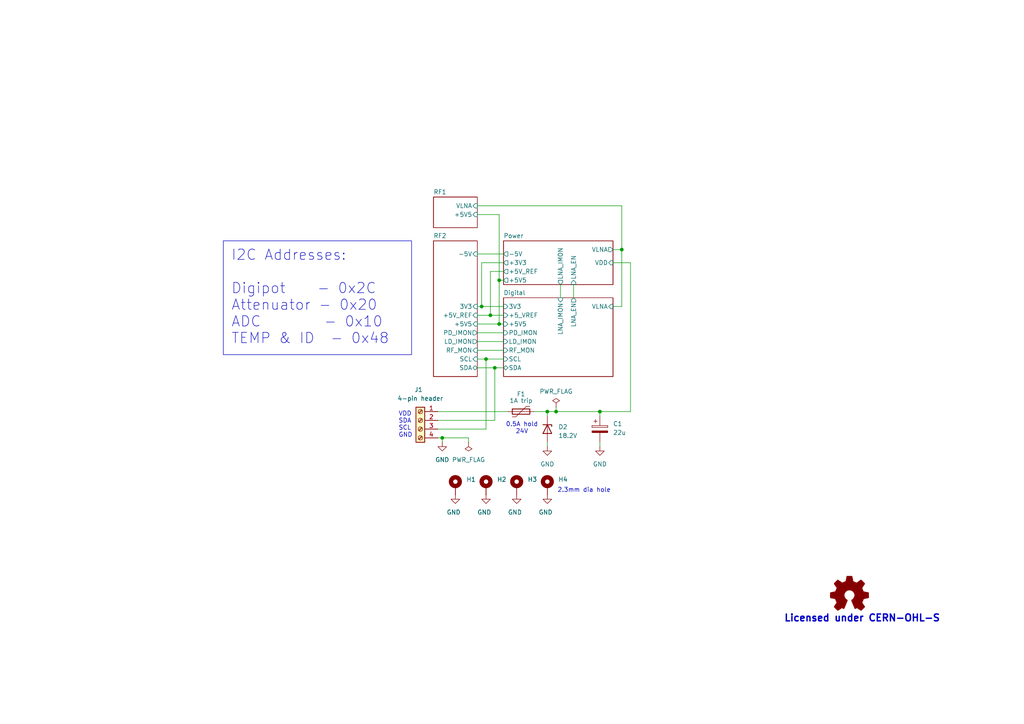
<source format=kicad_sch>
(kicad_sch (version 20250114) (generator "eeschema") (generator_version "9.0")
  (paper "A4")
  (title_block (title "FTX schematic") (date "2024-07-01") (rev "4") (company "Caltech") (comment 1 "Kiran Shila") (comment 2 "Drawing ASP-310") (comment 3 "DSA2000"))
  (lib_symbols
    (symbol "Connector:Screw_Terminal_01x04" (pin_names (offset 1.016) (hide yes))
      (property "Reference" "J" (at 0 5.08 0))
      (property "Value" "Screw_Terminal_01x04" (at 0 -7.62 0))
      (symbol "Screw_Terminal_01x04_1_1"
        (rectangle (start -1.27 3.81) (end 1.27 -6.35) (stroke (width 0.254)) (fill (type background)))
        (polyline (pts (xy -0.5334 2.8702) (xy 0.3302 2.032)) (stroke (width 0.1524)))
        (polyline (pts (xy -0.5334 0.3302) (xy 0.3302 -0.508)) (stroke (width 0.1524)))
        (polyline (pts (xy -0.5334 -2.2098) (xy 0.3302 -3.048)) (stroke (width 0.1524)))
        (polyline (pts (xy -0.5334 -4.7498) (xy 0.3302 -5.588)) (stroke (width 0.1524)))
        (polyline (pts (xy -0.3556 3.048) (xy 0.508 2.2098)) (stroke (width 0.1524)))
        (polyline (pts (xy -0.3556 0.508) (xy 0.508 -0.3302)) (stroke (width 0.1524)))
        (polyline (pts (xy -0.3556 -2.032) (xy 0.508 -2.8702)) (stroke (width 0.1524)))
        (polyline (pts (xy -0.3556 -4.572) (xy 0.508 -5.4102)) (stroke (width 0.1524)))
        (circle (center 0 2.54) (radius 0.635) (stroke (width 0.1524)))
        (circle (center 0 0) (radius 0.635) (stroke (width 0.1524)))
        (circle (center 0 -2.54) (radius 0.635) (stroke (width 0.1524)))
        (circle (center 0 -5.08) (radius 0.635) (stroke (width 0.1524)))
        (pin passive line (at -5.08 2.54 0) (length 3.81) (name "Pin_1") (number "1"))
        (pin passive line (at -5.08 0 0) (length 3.81) (name "Pin_2") (number "2"))
        (pin passive line (at -5.08 -2.54 0) (length 3.81) (name "Pin_3") (number "3"))
        (pin passive line (at -5.08 -5.08 0) (length 3.81) (name "Pin_4") (number "4"))
      )
    )
    (symbol "Device:C_Polarized" (pin_numbers (hide yes)) (pin_names (offset 0.254))
      (property "Reference" "C" (at 0.635 2.54 0))
      (property "Value" "C_Polarized" (at 0.635 -2.54 0))
      (symbol "C_Polarized_0_1"
        (rectangle (start -2.286 0.508) (end 2.286 1.016))
        (polyline (pts (xy -1.778 2.286) (xy -0.762 2.286)))
        (polyline (pts (xy -1.27 2.794) (xy -1.27 1.778)))
        (rectangle (start 2.286 -0.508) (end -2.286 -1.016) (fill (type outline)))
      )
      (symbol "C_Polarized_1_1"
        (pin passive line (at 0 3.81 270) (length 2.794) (name "~") (number "1"))
        (pin passive line (at 0 -3.81 90) (length 2.794) (name "~") (number "2"))
      )
    )
    (symbol "Device:D_Zener" (pin_numbers (hide yes)) (pin_names (offset 1.016) (hide yes))
      (property "Reference" "D" (at 0 2.54 0))
      (property "Value" "D_Zener" (at 0 -2.54 0))
      (symbol "D_Zener_0_1"
        (polyline (pts (xy -1.27 -1.27) (xy -1.27 1.27) (xy -0.762 1.27)) (stroke (width 0.254)))
        (polyline (pts (xy 1.27 0) (xy -1.27 0)))
        (polyline (pts (xy 1.27 -1.27) (xy 1.27 1.27) (xy -1.27 0) (xy 1.27 -1.27)) (stroke (width 0.254)))
      )
      (symbol "D_Zener_1_1"
        (pin passive line (at -3.81 0 0) (length 2.54) (name "K") (number "1"))
        (pin passive line (at 3.81 0 180) (length 2.54) (name "A") (number "2"))
      )
    )
    (symbol "Device:Polyfuse" (pin_numbers (hide yes)) (pin_names (offset 0))
      (property "Reference" "F" (at -2.54 0 90))
      (property "Value" "Polyfuse" (at 2.54 0 90))
      (symbol "Polyfuse_0_1"
        (polyline (pts (xy -1.524 2.54) (xy -1.524 1.524) (xy 1.524 -1.524) (xy 1.524 -2.54)))
        (rectangle (start -0.762 2.54) (end 0.762 -2.54) (stroke (width 0.254)))
        (polyline (pts (xy 0 2.54) (xy 0 -2.54)))
      )
      (symbol "Polyfuse_1_1"
        (pin passive line (at 0 3.81 270) (length 1.27) (name "~") (number "1"))
        (pin passive line (at 0 -3.81 90) (length 1.27) (name "~") (number "2"))
      )
    )
    (symbol "Graphic:Logo_Open_Hardware_Small" (in_bom no) (on_board no)
      (symbol "Logo_Open_Hardware_Small_0_1"
        (polyline (pts (xy 3.3528 -4.3434) (xy 3.302 -4.318) (xy 3.175 -4.2418) (xy 2.9972 -4.1148) (xy 2.7686 -3.9624) (xy 2.54 -3.81) (xy 2.3622 -3.7084) (xy 2.2352 -3.6068) (xy 2.1844 -3.5814) (xy 2.159 -3.6068) (xy 2.0574 -3.6576) (xy 1.905 -3.7338) (xy 1.8034 -3.7846) (xy 1.6764 -3.8354) (xy 1.6002 -3.8354) (xy 1.6002 -3.8354) (xy 1.5494 -3.7338) (xy 1.4732 -3.5306) (xy 1.3462 -3.302) (xy 1.2446 -3.0226) (xy 1.1176 -2.7178) (xy 0.9652 -2.413) (xy 0.8636 -2.1082) (xy 0.7366 -1.8288) (xy 0.6604 -1.6256) (xy 0.6096 -1.4732) (xy 0.5842 -1.397) (xy 0.5842 -1.397) (xy 0.6604 -1.3208) (xy 0.7874 -1.2446) (xy 1.0414 -1.016) (xy 1.2954 -0.6858) (xy 1.4478 -0.3302) (xy 1.524 0.0762) (xy 1.4732 0.4572) (xy 1.3208 0.8128) (xy 1.0668 1.143) (xy 0.762 1.3716) (xy 0.4064 1.524) (xy 0 1.5748) (xy -0.381 1.5494) (xy -0.7366 1.397) (xy -1.0668 1.143) (xy -1.2192 0.9906) (xy -1.397 0.6604) (xy -1.524 0.3048) (xy -1.524 0.2286) (xy -1.4986 -0.1778) (xy -1.397 -0.5334) (xy -1.1938 -0.8636) (xy -0.9144 -1.143) (xy -0.8636 -1.1684) (xy -0.7366 -1.27) (xy -0.635 -1.3462) (xy -0.5842 -1.397) (xy -1.0668 -2.5908) (xy -1.143 -2.794) (xy -1.2954 -3.1242) (xy -1.397 -3.4036) (xy -1.4986 -3.6322) (xy -1.5748 -3.7846) (xy -1.6002 -3.8354) (xy -1.6002 -3.8354) (xy -1.651 -3.8354) (xy -1.7272 -3.81) (xy -1.905 -3.7338) (xy -2.0066 -3.683) (xy -2.1336 -3.6068) (xy -2.2098 -3.5814) (xy -2.2606 -3.6068) (xy -2.3622 -3.683) (xy -2.54 -3.81) (xy -2.7686 -3.9624) (xy -2.9718 -4.0894) (xy -3.1496 -4.2164) (xy -3.302 -4.318) (xy -3.3528 -4.3434) (xy -3.3782 -4.3434) (xy -3.429 -4.318) (xy -3.5306 -4.2164) (xy -3.7084 -4.064) (xy -3.937 -3.8354) (xy -3.9624 -3.81) (xy -4.1656 -3.6068) (xy -4.318 -3.4544) (xy -4.4196 -3.3274) (xy -4.445 -3.2766) (xy -4.445 -3.2766) (xy -4.4196 -3.2258) (xy -4.318 -3.0734) (xy -4.2164 -2.8956) (xy -4.064 -2.667) (xy -3.6576 -2.0828) (xy -3.8862 -1.5494) (xy -3.937 -1.3716) (xy -4.0386 -1.1684) (xy -4.0894 -1.0414) (xy -4.1148 -0.9652) (xy -4.191 -0.9398) (xy -4.318 -0.9144) (xy -4.5466 -0.8636) (xy -4.8006 -0.8128) (xy -5.0546 -0.7874) (xy -5.2578 -0.7366) (xy -5.4356 -0.7112) (xy -5.5118 -0.6858) (xy -5.5118 -0.6858) (xy -5.5372 -0.635) (xy -5.5372 -0.5588) (xy -5.5372 -0.4318) (xy -5.5626 -0.2286) (xy -5.5626 0.0762) (xy -5.5626 0.127) (xy -5.5372 0.4064) (xy -5.5372 0.635) (xy -5.5372 0.762) (xy -5.5372 0.8382) (xy -5.5372 0.8382) (xy -5.461 0.8382) (xy -5.3086 0.889) (xy -5.08 0.9144) (xy -4.826 0.9652) (xy -4.8006 0.9906) (xy -4.5466 1.0414) (xy -4.318 1.0668) (xy -4.1656 1.1176) (xy -4.0894 1.143) (xy -4.0894 1.143) (xy -4.0386 1.2446) (xy -3.9624 1.4224) (xy -3.8608 1.6256) (xy -3.7846 1.8288) (xy -3.7084 2.0066) (xy -3.6576 2.159) (xy -3.6322 2.2098) (xy -3.6322 2.2098) (xy -3.683 2.286) (xy -3.7592 2.413) (xy -3.8862 2.5908) (xy -4.064 2.8194) (xy -4.064 2.8448) (xy -4.2164 3.0734) (xy -4.3434 3.2512) (xy -4.4196 3.3782) (xy -4.445 3.4544) (xy -4.445 3.4544) (xy -4.3942 3.5052) (xy -4.2926 3.6322) (xy -4.1148 3.81) (xy -3.937 4.0132) (xy -3.8608 4.064) (xy -3.6576 4.2926) (xy -3.5052 4.4196) (xy -3.4036 4.4958) (xy -3.3528 4.5212) (xy -3.3528 4.5212) (xy -3.302 4.4704) (xy -3.1496 4.3688) (xy -2.9718 4.2418) (xy -2.7432 4.0894) (xy -2.7178 4.0894) (xy -2.4892 3.937) (xy -2.3114 3.81) (xy -2.1844 3.7084) (xy -2.1336 3.683) (xy -2.1082 3.683) (xy -2.032 3.7084) (xy -1.8542 3.7592) (xy -1.6764 3.8354) (xy -1.4732 3.937) (xy -1.27 4.0132) (xy -1.143 4.064) (xy -1.0668 4.1148) (xy -1.0668 4.1148) (xy -1.0414 4.191) (xy -1.016 4.3434) (xy -0.9652 4.572) (xy -0.9144 4.8514) (xy -0.889 4.9022) (xy -0.8382 5.1562) (xy -0.8128 5.3848) (xy -0.7874 5.5372) (xy -0.762 5.588) (xy -0.7112 5.6134) (xy -0.5842 5.6134) (xy -0.4064 5.6134) (xy -0.1524 5.6134) (xy 0.0762 5.6134) (xy 0.3302 5.6134) (xy 0.5334 5.6134) (xy 0.6858 5.588) (xy 0.7366 5.588) (xy 0.7366 5.588) (xy 0.762 5.5118) (xy 0.8128 5.334) (xy 0.8382 5.1054) (xy 0.9144 4.826) (xy 0.9144 4.7752) (xy 0.9652 4.5212) (xy 1.016 4.2926) (xy 1.0414 4.1402) (xy 1.0668 4.0894) (xy 1.0668 4.0894) (xy 1.1938 4.0386) (xy 1.3716 3.9624) (xy 1.5748 3.8608) (xy 2.0828 3.6576) (xy 2.7178 4.0894) (xy 2.7686 4.1402) (xy 2.9972 4.2926) (xy 3.175 4.4196) (xy 3.302 4.4958) (xy 3.3782 4.5212) (xy 3.3782 4.5212) (xy 3.429 4.4704) (xy 3.556 4.3434) (xy 3.7338 4.191) (xy 3.9116 3.9878) (xy 4.064 3.8354) (xy 4.2418 3.6576) (xy 4.3434 3.556) (xy 4.4196 3.4798) (xy 4.4196 3.429) (xy 4.4196 3.4036) (xy 4.3942 3.3274) (xy 4.2926 3.2004) (xy 4.1656 2.9972) (xy 4.0132 2.794) (xy 3.8862 2.5908) (xy 3.7592 2.3876) (xy 3.6576 2.2352) (xy 3.6322 2.159) (xy 3.6322 2.1336) (xy 3.683 2.0066) (xy 3.7592 1.8288) (xy 3.8608 1.6002) (xy 4.064 1.1176) (xy 4.3942 1.0414) (xy 4.5974 1.016) (xy 4.8768 0.9652) (xy 5.1308 0.9144) (xy 5.5372 0.8382) (xy 5.5626 -0.6604) (xy 5.4864 -0.6858) (xy 5.4356 -0.6858) (xy 5.2832 -0.7366) (xy 5.0546 -0.762) (xy 4.8006 -0.8128) (xy 4.5974 -0.8636) (xy 4.3688 -0.9144) (xy 4.2164 -0.9398) (xy 4.1402 -0.9398) (xy 4.1148 -0.9652) (xy 4.064 -1.0668) (xy 3.9878 -1.2446) (xy 3.9116 -1.4478) (xy 3.81 -1.651) (xy 3.7338 -1.8542) (xy 3.683 -2.0066) (xy 3.6576 -2.0828) (xy 3.683 -2.1336) (xy 3.7846 -2.2606) (xy 3.8862 -2.4638) (xy 4.0386 -2.667) (xy 4.191 -2.8956) (xy 4.318 -3.0734) (xy 4.3942 -3.2004) (xy 4.445 -3.2766) (xy 4.4196 -3.3274) (xy 4.3434 -3.429) (xy 4.1656 -3.5814) (xy 3.937 -3.8354) (xy 3.8862 -3.8608) (xy 3.683 -4.064) (xy 3.5306 -4.2164) (xy 3.4036 -4.318) (xy 3.3528 -4.3434)) (fill (type outline)))
      )
    )
    (symbol "Mechanical:MountingHole_Pad" (pin_numbers (hide yes)) (pin_names (offset 1.016) (hide yes)) (exclude_from_sim yes) (in_bom no)
      (property "Reference" "H" (at 0 6.35 0))
      (property "Value" "MountingHole_Pad" (at 0 4.445 0))
      (symbol "MountingHole_Pad_0_1"
        (circle (center 0 1.27) (radius 1.27) (stroke (width 1.27)))
      )
      (symbol "MountingHole_Pad_1_1"
        (pin input line (at 0 -2.54 90) (length 2.54) (name "1") (number "1"))
      )
    )
    (symbol "power:GND" (power) (pin_numbers (hide yes)) (pin_names (offset 0) (hide yes))
      (property "Value" "GND" (at 0 -3.81 0))
      (symbol "GND_0_1"
        (polyline (pts (xy 0 0) (xy 0 -1.27) (xy 1.27 -1.27) (xy 0 -2.54) (xy -1.27 -1.27) (xy 0 -1.27)))
      )
      (symbol "GND_1_1"
        (pin power_in line (at 0 0 270) (length 0) (name "~") (number "1"))
      )
    )
    (symbol "power:PWR_FLAG" (power) (pin_numbers (hide yes)) (pin_names (offset 0) (hide yes))
      (property "Value" "PWR_FLAG" (at 0 3.81 0))
      (symbol "PWR_FLAG_0_0"
        (pin power_out line (at 0 0 90) (length 0) (name "~") (number "1"))
      )
      (symbol "PWR_FLAG_0_1"
        (polyline (pts (xy 0 0) (xy 0 1.27) (xy -1.016 1.905) (xy 0 2.54) (xy 1.016 1.905) (xy 0 1.27)))
      )
    )
  )
  (text "VDD\nSDA\nSCL\nGND" (at 115.57 127 0) (effects (font (size 1.27 1.27)) (justify left bottom)))
  (text "Licensed under CERN-OHL-S" (at 227.33 180.594 0) (effects (font (size 2 2) (thickness 0.4) (bold yes)) (justify left bottom)))
  (text "0.5A hold\n24V" (at 151.384 124.206 0) (effects (font (size 1.27 1.27))))
  (text "2.3mm dia hole" (at 169.418 142.24 0) (effects (font (size 1.27 1.27))))
  (text_box "I2C Addresses:\n\nDigipot    - 0x2C\nAttenuator - 0x20\nADC        - 0x10\nTEMP & ID  - 0x48" (at 64.77 69.85 0) (size 54.61 33.02) (margins 2.25 2.25 2.25 2.25) (effects (font (size 3 3)) (justify left top)))
  (junction (at 144.78 93.98))
  (junction (at 161.29 119.38))
  (junction (at 158.75 119.38))
  (junction (at 143.51 106.68))
  (junction (at 180.34 72.39))
  (junction (at 173.99 119.38))
  (junction (at 144.78 81.28))
  (junction (at 128.27 127))
  (junction (at 139.7 88.9))
  (junction (at 140.97 104.14))
  (junction (at 142.24 91.44))
  (wire (pts (xy 127 121.92) (xy 143.51 121.92)))
  (wire (pts (xy 162.56 82.55) (xy 162.56 86.36)))
  (wire (pts (xy 143.51 106.68) (xy 143.51 121.92)))
  (wire (pts (xy 138.43 96.52) (xy 146.05 96.52)))
  (wire (pts (xy 138.43 99.06) (xy 146.05 99.06)))
  (wire (pts (xy 144.78 62.23) (xy 144.78 81.28)))
  (wire (pts (xy 144.78 62.23) (xy 138.43 62.23)))
  (wire (pts (xy 128.27 127) (xy 128.27 128.27)))
  (wire (pts (xy 154.94 119.38) (xy 158.75 119.38)))
  (wire (pts (xy 146.05 81.28) (xy 144.78 81.28)))
  (wire (pts (xy 161.29 118.11) (xy 161.29 119.38)))
  (wire (pts (xy 180.34 88.9) (xy 177.8 88.9)))
  (wire (pts (xy 173.99 119.38) (xy 182.88 119.38)))
  (wire (pts (xy 138.43 101.6) (xy 146.05 101.6)))
  (wire (pts (xy 127 124.46) (xy 140.97 124.46)))
  (wire (pts (xy 180.34 59.69) (xy 180.34 72.39)))
  (wire (pts (xy 180.34 59.69) (xy 138.43 59.69)))
  (wire (pts (xy 142.24 91.44) (xy 146.05 91.44)))
  (wire (pts (xy 139.7 88.9) (xy 138.43 88.9)))
  (wire (pts (xy 144.78 81.28) (xy 144.78 93.98)))
  (wire (pts (xy 138.43 106.68) (xy 143.51 106.68)))
  (wire (pts (xy 138.43 73.66) (xy 146.05 73.66)))
  (wire (pts (xy 182.88 76.2) (xy 182.88 119.38)))
  (wire (pts (xy 146.05 78.74) (xy 142.24 78.74)))
  (wire (pts (xy 138.43 91.44) (xy 142.24 91.44)))
  (wire (pts (xy 166.37 82.55) (xy 166.37 86.36)))
  (wire (pts (xy 177.8 76.2) (xy 182.88 76.2)))
  (wire (pts (xy 158.75 119.38) (xy 161.29 119.38)))
  (wire (pts (xy 146.05 76.2) (xy 139.7 76.2)))
  (wire (pts (xy 140.97 104.14) (xy 146.05 104.14)))
  (wire (pts (xy 173.99 120.65) (xy 173.99 119.38)))
  (wire (pts (xy 127 119.38) (xy 147.32 119.38)))
  (wire (pts (xy 173.99 129.54) (xy 173.99 128.27)))
  (wire (pts (xy 135.89 128.27) (xy 135.89 127)))
  (wire (pts (xy 177.8 72.39) (xy 180.34 72.39)))
  (wire (pts (xy 138.43 93.98) (xy 144.78 93.98)))
  (wire (pts (xy 127 127) (xy 128.27 127)))
  (wire (pts (xy 158.75 128.27) (xy 158.75 129.54)))
  (wire (pts (xy 140.97 104.14) (xy 140.97 124.46)))
  (wire (pts (xy 139.7 88.9) (xy 146.05 88.9)))
  (wire (pts (xy 144.78 93.98) (xy 146.05 93.98)))
  (wire (pts (xy 138.43 104.14) (xy 140.97 104.14)))
  (wire (pts (xy 158.75 119.38) (xy 158.75 120.65)))
  (wire (pts (xy 180.34 72.39) (xy 180.34 88.9)))
  (wire (pts (xy 139.7 76.2) (xy 139.7 88.9)))
  (wire (pts (xy 143.51 106.68) (xy 146.05 106.68)))
  (wire (pts (xy 142.24 78.74) (xy 142.24 91.44)))
  (wire (pts (xy 161.29 119.38) (xy 173.99 119.38)))
  (wire (pts (xy 135.89 127) (xy 128.27 127)))
  (symbol (lib_id "Mechanical:MountingHole_Pad") (at 158.75 140.97 0) (unit 1) (in_bom no)
    (property "Reference" "H4" (at 161.925 139.065 0) (effects (justify left)))
    (property "Value" "MountingHole_Pad" (effects (hide yes)))
    (property "Footprint" "DSA2K:MountingHole_2_Pad_Via" (effects (hide yes)))
    (property "Description" "Mounting Hole with connection" (effects (hide yes)))
  )
  (symbol (lib_id "power:GND") (at 173.99 129.54 0) (unit 1)
    (property "Reference" "#PWR08" (effects (hide yes)))
    (property "Value" "GND" (at 173.99 134.62 0))
    (property "Description" "Power symbol creates a global label with name \"GND\" , ground" (effects (hide yes)))
  )
  (symbol (lib_id "power:PWR_FLAG") (at 161.29 118.11 0) (unit 1)
    (property "Reference" "#FLG02" (effects (hide yes)))
    (property "Value" "PWR_FLAG" (at 161.29 113.538 0))
    (property "Description" "Special symbol for telling ERC where power comes from" (effects (hide yes)))
  )
  (symbol (lib_id "Device:D_Zener") (at 158.75 124.46 270) (unit 1)
    (property "Reference" "D2" (at 161.925 123.825 90) (effects (justify left)))
    (property "Value" "18.2V" (at 161.925 126.365 90) (effects (justify left)))
    (property "Footprint" "Diode_SMD:D_SMA" (effects (hide yes)))
    (property "Description" "Zener diode" (effects (hide yes)))
    (property "MPN" "SMAJ11A" (effects (hide yes)))
  )
  (symbol (lib_id "power:GND") (at 128.27 128.27 0) (unit 1)
    (property "Reference" "#PWR03" (effects (hide yes)))
    (property "Value" "GND" (at 128.27 133.35 0))
    (property "Description" "Power symbol creates a global label with name \"GND\" , ground" (effects (hide yes)))
  )
  (symbol (lib_id "power:GND") (at 132.08 143.51 0) (unit 1)
    (property "Reference" "#PWR01" (effects (hide yes)))
    (property "Value" "GND" (at 131.572 148.59 0))
    (property "Description" "Power symbol creates a global label with name \"GND\" , ground" (effects (hide yes)))
  )
  (symbol (lib_id "Graphic:Logo_Open_Hardware_Small") (at 246.38 172.72 0) (unit 1) (exclude_from_sim yes) (in_bom no)
    (property "Reference" "#SYM1" (effects (hide yes)))
    (property "Value" "Logo_Open_Hardware_Small" (effects (hide yes)))
    (property "Footprint" "Symbol:OSHW-Logo2_7.3x6mm_SilkScreen" (effects (hide yes)))
    (property "Description" "Open Hardware logo, small" (effects (hide yes)))
  )
  (symbol (lib_id "power:GND") (at 158.75 143.51 0) (unit 1)
    (property "Reference" "#PWR05" (effects (hide yes)))
    (property "Value" "GND" (at 158.242 148.59 0))
    (property "Description" "Power symbol creates a global label with name \"GND\" , ground" (effects (hide yes)))
  )
  (symbol (lib_id "power:GND") (at 149.86 143.51 0) (unit 1)
    (property "Reference" "#PWR04" (effects (hide yes)))
    (property "Value" "GND" (at 149.352 148.59 0))
    (property "Description" "Power symbol creates a global label with name \"GND\" , ground" (effects (hide yes)))
  )
  (symbol (lib_id "Device:C_Polarized") (at 173.99 124.46 0) (unit 1)
    (property "Reference" "C1" (at 177.8 122.936 0) (effects (justify left)))
    (property "Value" "22u" (at 177.8 125.476 0) (effects (justify left)))
    (property "Footprint" "Capacitor_Tantalum_SMD:CP_EIA-6032-28_Kemet-C" (effects (hide yes)))
    (property "Datasheet" "https://www.vishay.com/docs/40002/293d.pdf" (effects (hide yes)))
    (property "Description" "Polarized capacitor" (effects (hide yes)))
    (property "MPN" "293D226X9025C2TE3" (effects (hide yes)))
  )
  (symbol (lib_id "power:PWR_FLAG") (at 135.89 128.27 180) (unit 1)
    (property "Reference" "#FLG01" (effects (hide yes)))
    (property "Value" "PWR_FLAG" (at 135.89 133.35 0))
    (property "Description" "Special symbol for telling ERC where power comes from" (effects (hide yes)))
  )
  (symbol (lib_id "Device:Polyfuse") (at 151.13 119.38 90) (unit 1)
    (property "Reference" "F1" (at 151.13 114.3 90))
    (property "Value" "1A trip" (at 151.13 116.205 90))
    (property "Footprint" "Fuse:Fuse_1206_3216Metric" (effects (hide yes)))
    (property "Description" "Resettable fuse, polymeric positive temperature coefficient" (effects (hide yes)))
    (property "MPN" "1206L050/24WR" (effects (hide yes)))
  )
  (symbol (lib_id "Mechanical:MountingHole_Pad") (at 132.08 140.97 0) (unit 1) (in_bom no)
    (property "Reference" "H1" (at 135.255 139.065 0) (effects (justify left)))
    (property "Value" "MountingHole_Pad" (effects (hide yes)))
    (property "Footprint" "DSA2K:MountingHole_2_Pad_Via" (effects (hide yes)))
    (property "Description" "Mounting Hole with connection" (effects (hide yes)))
  )
  (symbol (lib_id "power:GND") (at 158.75 129.54 0) (unit 1)
    (property "Reference" "#PWR07" (effects (hide yes)))
    (property "Value" "GND" (at 158.75 134.62 0))
    (property "Description" "Power symbol creates a global label with name \"GND\" , ground" (effects (hide yes)))
  )
  (symbol (lib_id "Mechanical:MountingHole_Pad") (at 149.86 140.97 0) (unit 1) (in_bom no)
    (property "Reference" "H3" (at 153.035 139.065 0) (effects (justify left)))
    (property "Value" "MountingHole_Pad" (effects (hide yes)))
    (property "Footprint" "DSA2K:MountingHole_2_Pad_Via" (effects (hide yes)))
    (property "Description" "Mounting Hole with connection" (effects (hide yes)))
  )
  (symbol (lib_id "Mechanical:MountingHole_Pad") (at 140.97 140.97 0) (unit 1) (in_bom no)
    (property "Reference" "H2" (at 144.145 139.065 0) (effects (justify left)))
    (property "Value" "MountingHole_Pad" (effects (hide yes)))
    (property "Footprint" "DSA2K:MountingHole_2_Pad_Via" (effects (hide yes)))
    (property "Description" "Mounting Hole with connection" (effects (hide yes)))
  )
  (symbol (lib_id "power:GND") (at 140.97 143.51 0) (unit 1)
    (property "Reference" "#PWR02" (effects (hide yes)))
    (property "Value" "GND" (at 140.462 148.59 0))
    (property "Description" "Power symbol creates a global label with name \"GND\" , ground" (effects (hide yes)))
  )
  (symbol (lib_id "Connector:Screw_Terminal_01x04") (at 121.92 121.92 0) (mirror y) (unit 1)
    (property "Reference" "J1" (at 121.412 113.03 0))
    (property "Value" "4-pin header" (at 121.92 115.57 0))
    (property "Footprint" "DSA2K:JST_PH_S4B-PH-SM4-TB_1x04-1MP_P2.00mm_Horizontal" (effects (hide yes)))
    (property "Datasheet" "https://www.jst-mfg.com/product/pdf/eng/ePH.pdf" (effects (hide yes)))
    (property "Description" "PH header, 4-pin, SMT" (effects (hide yes)))
    (property "MPN" "S4B-PH-SM4-TB" (effects (hide yes)))
  )
  (sheet (at 146.05 86.36) (size 31.75 22.86) (stroke (width 0.1524))
    (property "Sheetname" "Digital" (at 146.05 85.6484 0) (effects (justify left bottom)))
    (property "Sheetfile" "digital.kicad_sch" (effects (hide yes)))
    (pin "SCL" input (at 146.05 104.14 180))
    (pin "LNA_IMON" input (at 162.56 86.36 90))
    (pin "LNA_EN" output (at 166.37 86.36 90))
    (pin "LD_IMON" input (at 146.05 99.06 180))
    (pin "PD_IMON" input (at 146.05 96.52 180))
    (pin "SDA" bidirectional (at 146.05 106.68 180))
    (pin "3V3" input (at 146.05 88.9 180))
    (pin "+5_VREF" input (at 146.05 91.44 180))
    (pin "+5V5" input (at 146.05 93.98 180))
    (pin "RF_MON" input (at 146.05 101.6 180))
    (pin "VLNA" input (at 177.8 88.9 0))
  )
  (sheet (at 125.73 57.15) (size 12.7 8.89) (stroke (width 0.1524))
    (property "Sheetname" "RF1" (at 125.73 56.4384 0) (effects (justify left bottom)))
    (property "Sheetfile" "rf1.kicad_sch" (effects (hide yes)))
    (pin "+5V5" input (at 138.43 62.23 0))
    (pin "VLNA" input (at 138.43 59.69 0))
  )
  (sheet (at 125.73 69.85) (size 12.7 39.37) (stroke (width 0.1524))
    (property "Sheetname" "RF2" (at 125.73 69.1384 0) (effects (justify left bottom)))
    (property "Sheetfile" "rf2.kicad_sch" (effects (hide yes)))
    (pin "+5V5" input (at 138.43 93.98 0))
    (pin "RF_MON" input (at 138.43 101.6 0))
    (pin "SDA" bidirectional (at 138.43 106.68 0))
    (pin "SCL" input (at 138.43 104.14 0))
    (pin "3V3" input (at 138.43 88.9 0))
    (pin "PD_IMON" output (at 138.43 96.52 0))
    (pin "+5V_REF" input (at 138.43 91.44 0))
    (pin "LD_IMON" output (at 138.43 99.06 0))
    (pin "-5V" input (at 138.43 73.66 0))
  )
  (sheet (at 146.05 69.85) (size 31.75 12.7) (stroke (width 0.1524))
    (property "Sheetname" "Power" (at 146.05 69.1384 0) (effects (justify left bottom)))
    (property "Sheetfile" "power.kicad_sch" (effects (hide yes)))
    (pin "VLNA" output (at 177.8 72.39 0))
    (pin "VDD" input (at 177.8 76.2 0))
    (pin "LNA_EN" input (at 166.37 82.55 270))
    (pin "LNA_IMON" output (at 162.56 82.55 270))
    (pin "+3V3" output (at 146.05 76.2 180))
    (pin "+5V5" output (at 146.05 81.28 180))
    (pin "-5V" output (at 146.05 73.66 180))
    (pin "+5V_REF" output (at 146.05 78.74 180))
  )
)
</source>
